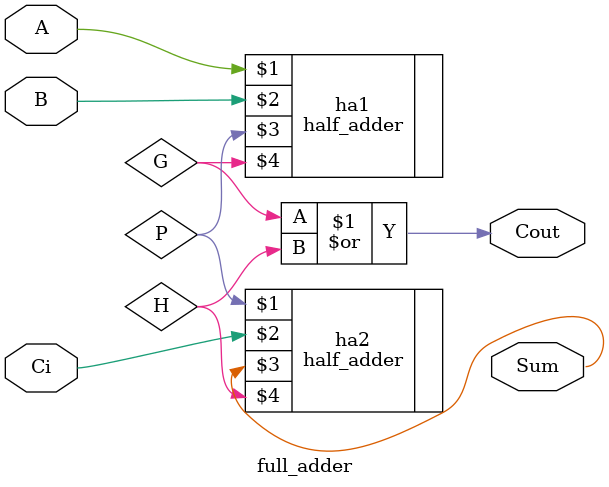
<source format=v>
`timescale 1ns / 100ps

module full_adder(
    input A,
    input B,
    input Ci,
    output Sum,
    output Cout
    );

  wire P,G,H;
  half_adder  ha1(A,B,P,G);
  half_adder  ha2(P,Ci,Sum,H);
  or #5 (Cout,G,H);

endmodule



</source>
